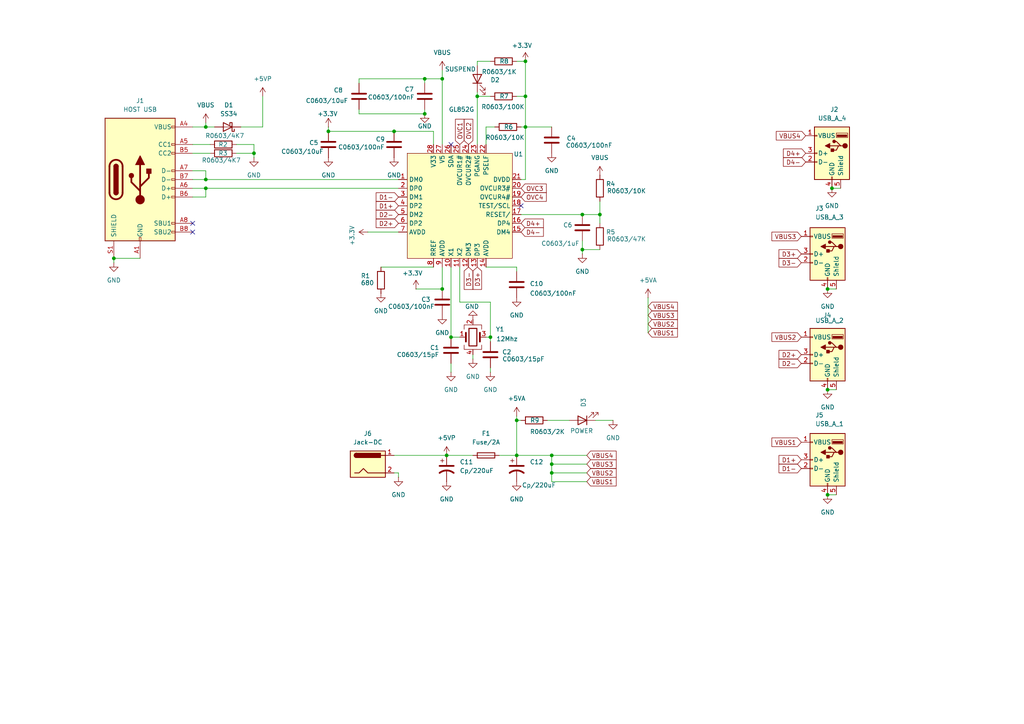
<source format=kicad_sch>
(kicad_sch (version 20250114) (generator "eeschema") (generator_version "9.0")
  (paper "A4")
  (lib_symbols
    (symbol "Connector:Jack-DC" (pin_names (offset 1.016))
      (property "Reference" "J" (at 0 5.334 0))
      (property "Value" "Jack-DC" (at 0 -5.08 0))
      (symbol "Jack-DC_0_1"
        (rectangle (start -5.08 3.81) (end 5.08 -3.81) (stroke (width 0.254)) (fill (type background)))
        (polyline (pts (xy -3.81 -2.54) (xy -2.54 -2.54) (xy -1.27 -1.27) (xy 0 -2.54) (xy 2.54 -2.54) (xy 5.08 -2.54)) (stroke (width 0.254)))
        (arc (start -3.302 1.905) (mid -3.9343 2.54) (end -3.302 3.175) (stroke (width 0.254)))
        (arc (start -3.302 1.905) (mid -3.9343 2.54) (end -3.302 3.175) (stroke (width 0.254)) (fill (type outline)))
        (rectangle (start 3.683 3.175) (end -3.302 1.905) (stroke (width 0.254)) (fill (type outline)))
        (polyline (pts (xy 5.08 2.54) (xy 3.81 2.54)) (stroke (width 0.254)))
      )
      (symbol "Jack-DC_1_1"
        (pin passive line (at 7.62 2.54 180) (length 2.54) (name "~") (number "1"))
        (pin passive line (at 7.62 -2.54 180) (length 2.54) (name "~") (number "2"))
      )
    )
    (symbol "Connector:USB_A" (pin_names (offset 1.016))
      (property "Reference" "J" (at -5.08 11.43 0))
      (property "Value" "USB_A" (at -5.08 8.89 0))
      (symbol "USB_A_0_1"
        (rectangle (start -5.08 -7.62) (end 5.08 7.62) (stroke (width 0.254)) (fill (type background)))
        (circle (center -3.81 2.159) (radius 0.635) (stroke (width 0.254)) (fill (type outline)))
        (polyline (pts (xy -3.175 2.159) (xy -2.54 2.159) (xy -1.27 3.429) (xy -0.635 3.429)) (stroke (width 0.254)))
        (polyline (pts (xy -2.54 2.159) (xy -1.905 2.159) (xy -1.27 0.889) (xy 0 0.889)) (stroke (width 0.254)))
        (rectangle (start -1.524 4.826) (end -4.318 5.334) (fill (type outline)))
        (rectangle (start -1.27 4.572) (end -4.572 5.842))
        (circle (center -0.635 3.429) (radius 0.381) (stroke (width 0.254)) (fill (type outline)))
        (rectangle (start -0.127 -7.62) (end 0.127 -6.858))
        (rectangle (start 0.254 1.27) (end -0.508 0.508) (stroke (width 0.254)) (fill (type outline)))
        (polyline (pts (xy 0.635 2.794) (xy 0.635 1.524) (xy 1.905 2.159) (xy 0.635 2.794)) (stroke (width 0.254)) (fill (type outline)))
        (rectangle (start 5.08 4.953) (end 4.318 5.207))
        (rectangle (start 5.08 -0.127) (end 4.318 0.127))
        (rectangle (start 5.08 -2.667) (end 4.318 -2.413))
      )
      (symbol "USB_A_1_1"
        (polyline (pts (xy -1.905 2.159) (xy 0.635 2.159)) (stroke (width 0.254)))
        (pin passive line (at -2.54 -10.16 90) (length 2.54) (name "Shield") (number "5"))
        (pin power_in line (at 0 -10.16 90) (length 2.54) (name "GND") (number "4"))
        (pin power_in line (at 7.62 5.08 180) (length 2.54) (name "VBUS") (number "1"))
        (pin bidirectional line (at 7.62 0 180) (length 2.54) (name "D+") (number "3"))
        (pin bidirectional line (at 7.62 -2.54 180) (length 2.54) (name "D-") (number "2"))
      )
    )
    (symbol "Connector:USB_C_Receptacle_USB2.0_16P" (pin_names (offset 1.016))
      (property "Reference" "J" (at 0 22.225 0))
      (property "Value" "USB_C_Receptacle_USB2.0_16P" (at 0 19.685 0))
      (symbol "USB_C_Receptacle_USB2.0_16P_0_0"
        (rectangle (start -0.254 -17.78) (end 0.254 -16.764))
        (rectangle (start 10.16 15.494) (end 9.144 14.986))
        (rectangle (start 10.16 10.414) (end 9.144 9.906))
        (rectangle (start 10.16 7.874) (end 9.144 7.366))
        (rectangle (start 10.16 2.794) (end 9.144 2.286))
        (rectangle (start 10.16 0.254) (end 9.144 -0.254))
        (rectangle (start 10.16 -2.286) (end 9.144 -2.794))
        (rectangle (start 10.16 -4.826) (end 9.144 -5.334))
        (rectangle (start 10.16 -12.446) (end 9.144 -12.954))
        (rectangle (start 10.16 -14.986) (end 9.144 -15.494))
      )
      (symbol "USB_C_Receptacle_USB2.0_16P_0_1"
        (rectangle (start -10.16 17.78) (end 10.16 -17.78) (stroke (width 0.254)) (fill (type background)))
        (polyline (pts (xy -8.89 -3.81) (xy -8.89 3.81)) (stroke (width 0.508)))
        (rectangle (start -7.62 -3.81) (end -6.35 3.81) (stroke (width 0.254)) (fill (type outline)))
        (arc (start -7.62 3.81) (mid -6.985 4.4423) (end -6.35 3.81) (stroke (width 0.254)))
        (arc (start -7.62 3.81) (mid -6.985 4.4423) (end -6.35 3.81) (stroke (width 0.254)) (fill (type outline)))
        (arc (start -8.89 3.81) (mid -6.985 5.7067) (end -5.08 3.81) (stroke (width 0.508)))
        (arc (start -5.08 -3.81) (mid -6.985 -5.7067) (end -8.89 -3.81) (stroke (width 0.508)))
        (arc (start -6.35 -3.81) (mid -6.985 -4.4423) (end -7.62 -3.81) (stroke (width 0.254)))
        (arc (start -6.35 -3.81) (mid -6.985 -4.4423) (end -7.62 -3.81) (stroke (width 0.254)) (fill (type outline)))
        (polyline (pts (xy -5.08 3.81) (xy -5.08 -3.81)) (stroke (width 0.508)))
        (circle (center -2.54 1.143) (radius 0.635) (stroke (width 0.254)) (fill (type outline)))
        (polyline (pts (xy -1.27 4.318) (xy 0 6.858) (xy 1.27 4.318) (xy -1.27 4.318)) (stroke (width 0.254)) (fill (type outline)))
        (polyline (pts (xy 0 -2.032) (xy 2.54 0.508) (xy 2.54 1.778)) (stroke (width 0.508)))
        (polyline (pts (xy 0 -3.302) (xy -2.54 -0.762) (xy -2.54 0.508)) (stroke (width 0.508)))
        (polyline (pts (xy 0 -5.842) (xy 0 4.318)) (stroke (width 0.508)))
        (circle (center 0 -5.842) (radius 1.27) (fill (type outline)))
        (rectangle (start 1.905 1.778) (end 3.175 3.048) (stroke (width 0.254)) (fill (type outline)))
      )
      (symbol "USB_C_Receptacle_USB2.0_16P_1_1"
        (pin passive line (at -7.62 -22.86 90) (length 5.08) (name "SHIELD") (number "S1"))
        (pin passive line (at 0 -22.86 90) (length 5.08) (name "GND") (number "A1"))
        (pin passive line (at 0 -22.86 90) (length 5.08) (hide yes) (name "GND") (number "A12"))
        (pin passive line (at 0 -22.86 90) (length 5.08) (hide yes) (name "GND") (number "B1"))
        (pin passive line (at 0 -22.86 90) (length 5.08) (hide yes) (name "GND") (number "B12"))
        (pin passive line (at 15.24 15.24 180) (length 5.08) (name "VBUS") (number "A4"))
        (pin passive line (at 15.24 15.24 180) (length 5.08) (hide yes) (name "VBUS") (number "A9"))
        (pin passive line (at 15.24 15.24 180) (length 5.08) (hide yes) (name "VBUS") (number "B4"))
        (pin passive line (at 15.24 15.24 180) (length 5.08) (hide yes) (name "VBUS") (number "B9"))
        (pin bidirectional line (at 15.24 10.16 180) (length 5.08) (name "CC1") (number "A5"))
        (pin bidirectional line (at 15.24 7.62 180) (length 5.08) (name "CC2") (number "B5"))
        (pin bidirectional line (at 15.24 2.54 180) (length 5.08) (name "D-") (number "A7"))
        (pin bidirectional line (at 15.24 0 180) (length 5.08) (name "D-") (number "B7"))
        (pin bidirectional line (at 15.24 -2.54 180) (length 5.08) (name "D+") (number "A6"))
        (pin bidirectional line (at 15.24 -5.08 180) (length 5.08) (name "D+") (number "B6"))
        (pin bidirectional line (at 15.24 -12.7 180) (length 5.08) (name "SBU1") (number "A8"))
        (pin bidirectional line (at 15.24 -15.24 180) (length 5.08) (name "SBU2") (number "B8"))
      )
    )
    (symbol "Device:C" (pin_numbers (hide yes)) (pin_names (offset 0.254))
      (property "Reference" "C" (at 0.635 2.54 0))
      (property "Value" "C" (at 0.635 -2.54 0))
      (symbol "C_0_1"
        (polyline (pts (xy -2.032 0.762) (xy 2.032 0.762)) (stroke (width 0.508)))
        (polyline (pts (xy -2.032 -0.762) (xy 2.032 -0.762)) (stroke (width 0.508)))
      )
      (symbol "C_1_1"
        (pin passive line (at 0 3.81 270) (length 2.794) (name "~") (number "1"))
        (pin passive line (at 0 -3.81 90) (length 2.794) (name "~") (number "2"))
      )
    )
    (symbol "Device:C_Polarized_US" (pin_numbers (hide yes)) (pin_names (offset 0.254) (hide yes))
      (property "Reference" "C" (at 0.635 2.54 0))
      (property "Value" "C_Polarized_US" (at 0.635 -2.54 0))
      (symbol "C_Polarized_US_0_1"
        (polyline (pts (xy -2.032 0.762) (xy 2.032 0.762)) (stroke (width 0.508)))
        (polyline (pts (xy -1.778 2.286) (xy -0.762 2.286)))
        (polyline (pts (xy -1.27 1.778) (xy -1.27 2.794)))
        (arc (start -2.032 -1.27) (mid 0 -0.5572) (end 2.032 -1.27) (stroke (width 0.508)))
      )
      (symbol "C_Polarized_US_1_1"
        (pin passive line (at 0 3.81 270) (length 2.794) (name "~") (number "1"))
        (pin passive line (at 0 -3.81 90) (length 3.302) (name "~") (number "2"))
      )
    )
    (symbol "Device:Crystal_GND24" (pin_names (offset 1.016) (hide yes))
      (property "Reference" "Y" (at 3.175 5.08 0))
      (property "Value" "Crystal_GND24" (at 3.175 3.175 0))
      (symbol "Crystal_GND24_0_1"
        (polyline (pts (xy -2.54 2.286) (xy -2.54 3.556) (xy 2.54 3.556) (xy 2.54 2.286)))
        (polyline (pts (xy -2.54 0) (xy -2.032 0)))
        (polyline (pts (xy -2.54 -2.286) (xy -2.54 -3.556) (xy 2.54 -3.556) (xy 2.54 -2.286)))
        (polyline (pts (xy -2.032 -1.27) (xy -2.032 1.27)) (stroke (width 0.508)))
        (rectangle (start -1.143 2.54) (end 1.143 -2.54) (stroke (width 0.3048)))
        (polyline (pts (xy 0 3.556) (xy 0 3.81)))
        (polyline (pts (xy 0 -3.81) (xy 0 -3.556)))
        (polyline (pts (xy 2.032 0) (xy 2.54 0)))
        (polyline (pts (xy 2.032 -1.27) (xy 2.032 1.27)) (stroke (width 0.508)))
      )
      (symbol "Crystal_GND24_1_1"
        (pin passive line (at -3.81 0 0) (length 1.27) (name "1") (number "1"))
        (pin passive line (at 0 5.08 270) (length 1.27) (name "2") (number "2"))
        (pin passive line (at 0 -5.08 90) (length 1.27) (name "4") (number "4"))
        (pin passive line (at 3.81 0 180) (length 1.27) (name "3") (number "3"))
      )
    )
    (symbol "Device:Fuse" (pin_numbers (hide yes)) (pin_names (offset 0))
      (property "Reference" "F" (at 2.032 0 90))
      (property "Value" "Fuse" (at -1.905 0 90))
      (symbol "Fuse_0_1"
        (rectangle (start -0.762 -2.54) (end 0.762 2.54) (stroke (width 0.254)))
        (polyline (pts (xy 0 2.54) (xy 0 -2.54)))
      )
      (symbol "Fuse_1_1"
        (pin passive line (at 0 3.81 270) (length 1.27) (name "~") (number "1"))
        (pin passive line (at 0 -3.81 90) (length 1.27) (name "~") (number "2"))
      )
    )
    (symbol "Device:LED" (pin_numbers (hide yes)) (pin_names (offset 1.016) (hide yes))
      (property "Reference" "D" (at 0 2.54 0))
      (property "Value" "LED" (at 0 -2.54 0))
      (symbol "LED_0_1"
        (polyline (pts (xy -3.048 -0.762) (xy -4.572 -2.286) (xy -3.81 -2.286) (xy -4.572 -2.286) (xy -4.572 -1.524)))
        (polyline (pts (xy -1.778 -0.762) (xy -3.302 -2.286) (xy -2.54 -2.286) (xy -3.302 -2.286) (xy -3.302 -1.524)))
        (polyline (pts (xy -1.27 0) (xy 1.27 0)))
        (polyline (pts (xy -1.27 -1.27) (xy -1.27 1.27)) (stroke (width 0.254)))
        (polyline (pts (xy 1.27 -1.27) (xy 1.27 1.27) (xy -1.27 0) (xy 1.27 -1.27)) (stroke (width 0.254)))
      )
      (symbol "LED_1_1"
        (pin passive line (at -3.81 0 0) (length 2.54) (name "K") (number "1"))
        (pin passive line (at 3.81 0 180) (length 2.54) (name "A") (number "2"))
      )
    )
    (symbol "Device:R" (pin_numbers (hide yes)) (pin_names (offset 0))
      (property "Reference" "R" (at 2.032 0 90))
      (property "Value" "R" (at 0 0 90))
      (symbol "R_0_1"
        (rectangle (start -1.016 -2.54) (end 1.016 2.54) (stroke (width 0.254)))
      )
      (symbol "R_1_1"
        (pin passive line (at 0 3.81 270) (length 1.27) (name "~") (number "1"))
        (pin passive line (at 0 -3.81 90) (length 1.27) (name "~") (number "2"))
      )
    )
    (symbol "Diode:SS34" (pin_numbers (hide yes)) (pin_names (offset 1.016) (hide yes))
      (property "Reference" "D" (at 0 2.54 0))
      (property "Value" "SS34" (at 0 -2.54 0))
      (symbol "SS34_0_1"
        (polyline (pts (xy -1.905 0.635) (xy -1.905 1.27) (xy -1.27 1.27) (xy -1.27 -1.27) (xy -0.635 -1.27) (xy -0.635 -0.635)) (stroke (width 0.254)))
        (polyline (pts (xy 1.27 1.27) (xy 1.27 -1.27) (xy -1.27 0) (xy 1.27 1.27)) (stroke (width 0.254)))
        (polyline (pts (xy 1.27 0) (xy -1.27 0)))
      )
      (symbol "SS34_1_1"
        (pin passive line (at -3.81 0 0) (length 2.54) (name "K") (number "1"))
        (pin passive line (at 3.81 0 180) (length 2.54) (name "A") (number "2"))
      )
    )
    (symbol "MinhDFM:GL852G"
      (property "Reference" "U1" (at 0.762 29.718 0))
      (property "Value" "GL852G" (at 0.762 26.924 0))
      (symbol "GL852G_1_1"
        (rectangle (start -13.97 12.7) (end 16.51 -17.78) (fill (type background)))
        (pin input line (at -16.51 5.08 0) (length 2.54) (name "DM0") (number "1"))
        (pin input line (at -16.51 2.54 0) (length 2.54) (name "DP0") (number "2"))
        (pin input line (at -16.51 0 0) (length 2.54) (name "DM1") (number "3"))
        (pin input line (at -16.51 -2.54 0) (length 2.54) (name "DP2") (number "4"))
        (pin input line (at -16.51 -5.08 0) (length 2.54) (name "DM2") (number "5"))
        (pin input line (at -16.51 -7.62 0) (length 2.54) (name "DP2") (number "6"))
        (pin input line (at -16.51 -10.16 0) (length 2.54) (name "AVDD") (number "7"))
        (pin input line (at -6.35 15.24 270) (length 2.54) (name "V33") (number "28"))
        (pin input line (at -6.35 -20.32 90) (length 2.54) (name "RREF") (number "8"))
        (pin input line (at -3.81 15.24 270) (length 2.54) (name "V5") (number "27"))
        (pin input line (at -3.81 -20.32 90) (length 2.54) (name "AVDD") (number "9"))
        (pin input line (at -1.27 15.24 270) (length 2.54) (name "SDA") (number "26"))
        (pin input line (at -1.27 -20.32 90) (length 2.54) (name "X1") (number "10"))
        (pin input line (at 1.27 15.24 270) (length 2.54) (name "OVCUR1#") (number "25"))
        (pin input line (at 1.27 -20.32 90) (length 2.54) (name "X2") (number "11"))
        (pin input line (at 3.81 15.24 270) (length 2.54) (name "OVCUR2#") (number "24"))
        (pin input line (at 3.81 -20.32 90) (length 2.54) (name "DM3") (number "12"))
        (pin input line (at 6.35 15.24 270) (length 2.54) (name "PGANG") (number "23"))
        (pin input line (at 6.35 -20.32 90) (length 2.54) (name "DP3") (number "13"))
        (pin input line (at 8.89 15.24 270) (length 2.54) (name "PSELF") (number "22"))
        (pin input line (at 8.89 -20.32 90) (length 2.54) (name "AVDD") (number "14"))
        (pin input line (at 19.05 5.08 180) (length 2.54) (name "DVDD") (number "21"))
        (pin input line (at 19.05 2.54 180) (length 2.54) (name "OVCUR3#") (number "20"))
        (pin input line (at 19.05 0 180) (length 2.54) (name "OVCUR4#") (number "19"))
        (pin input line (at 19.05 -2.54 180) (length 2.54) (name "TEST/SCL") (number "18"))
        (pin input line (at 19.05 -5.08 180) (length 2.54) (name "RESET/") (number "17"))
        (pin input line (at 19.05 -7.62 180) (length 2.54) (name "DP4") (number "16"))
        (pin input line (at 19.05 -10.16 180) (length 2.54) (name "DM4") (number "15"))
      )
    )
    (symbol "power:+3.3V" (power) (pin_numbers (hide yes)) (pin_names (offset 0) (hide yes))
      (property "Value" "+3.3V" (at 0 3.556 0))
      (symbol "+3.3V_0_1"
        (polyline (pts (xy -0.762 1.27) (xy 0 2.54)))
        (polyline (pts (xy 0 2.54) (xy 0.762 1.27)))
        (polyline (pts (xy 0 0) (xy 0 2.54)))
      )
      (symbol "+3.3V_1_1"
        (pin power_in line (at 0 0 90) (length 0) (name "~") (number "1"))
      )
    )
    (symbol "power:+5VA" (power) (pin_numbers (hide yes)) (pin_names (offset 0) (hide yes))
      (property "Value" "+5VA" (at 0 3.556 0))
      (symbol "+5VA_0_1"
        (polyline (pts (xy -0.762 1.27) (xy 0 2.54)))
        (polyline (pts (xy 0 2.54) (xy 0.762 1.27)))
        (polyline (pts (xy 0 0) (xy 0 2.54)))
      )
      (symbol "+5VA_1_1"
        (pin power_in line (at 0 0 90) (length 0) (name "~") (number "1"))
      )
    )
    (symbol "power:+5VP" (power) (pin_numbers (hide yes)) (pin_names (offset 0) (hide yes))
      (property "Value" "+5VP" (at 0 3.556 0))
      (symbol "+5VP_0_1"
        (polyline (pts (xy -0.762 1.27) (xy 0 2.54)))
        (polyline (pts (xy 0 2.54) (xy 0.762 1.27)))
        (polyline (pts (xy 0 0) (xy 0 2.54)))
      )
      (symbol "+5VP_1_1"
        (pin power_in line (at 0 0 90) (length 0) (name "~") (number "1"))
      )
    )
    (symbol "power:GND" (power) (pin_numbers (hide yes)) (pin_names (offset 0) (hide yes))
      (property "Value" "GND" (at 0 -3.81 0))
      (symbol "GND_0_1"
        (polyline (pts (xy 0 0) (xy 0 -1.27) (xy 1.27 -1.27) (xy 0 -2.54) (xy -1.27 -1.27) (xy 0 -1.27)))
      )
      (symbol "GND_1_1"
        (pin power_in line (at 0 0 270) (length 0) (name "~") (number "1"))
      )
    )
    (symbol "power:VBUS" (power) (pin_numbers (hide yes)) (pin_names (offset 0) (hide yes))
      (property "Value" "VBUS" (at 0 3.556 0))
      (symbol "VBUS_0_1"
        (polyline (pts (xy -0.762 1.27) (xy 0 2.54)))
        (polyline (pts (xy 0 2.54) (xy 0.762 1.27)))
        (polyline (pts (xy 0 0) (xy 0 2.54)))
      )
      (symbol "VBUS_1_1"
        (pin power_in line (at 0 0 90) (length 0) (name "~") (number "1"))
      )
    )
  )
  (junction (at 128.27 22.86))
  (junction (at 123.19 33.02))
  (junction (at 59.69 52.07))
  (junction (at 240.03 143.51))
  (junction (at 160.02 134.62))
  (junction (at 123.19 22.86))
  (junction (at 59.69 54.61))
  (junction (at 59.69 36.83))
  (junction (at 95.25 38.1))
  (junction (at 33.02 74.93))
  (junction (at 168.91 62.23))
  (junction (at 130.81 97.79))
  (junction (at 149.86 132.08))
  (junction (at 240.03 83.82))
  (junction (at 173.99 62.23))
  (junction (at 160.02 137.16))
  (junction (at 160.02 132.08))
  (junction (at 168.91 72.39))
  (junction (at 149.86 121.92))
  (junction (at 241.3 54.61))
  (junction (at 73.66 44.45))
  (junction (at 152.4 17.78))
  (junction (at 152.4 27.94))
  (junction (at 152.4 36.83))
  (junction (at 129.54 132.08))
  (junction (at 138.43 27.94))
  (junction (at 240.03 113.03))
  (junction (at 128.27 83.82))
  (junction (at 142.24 97.79))
  (junction (at 114.3 38.1))
  (no_connect (at 55.88 67.31))
  (no_connect (at 130.81 41.91))
  (no_connect (at 55.88 64.77))
  (no_connect (at 151.13 59.69))
  (wire (pts (xy 114.3 132.08) (xy 129.54 132.08)))
  (wire (pts (xy 115.57 138.43) (xy 115.57 137.16)))
  (wire (pts (xy 59.69 49.53) (xy 59.69 52.07)))
  (wire (pts (xy 142.24 17.78) (xy 138.43 17.78)))
  (wire (pts (xy 152.4 52.07) (xy 151.13 52.07)))
  (wire (pts (xy 128.27 22.86) (xy 128.27 41.91)))
  (wire (pts (xy 128.27 20.32) (xy 128.27 22.86)))
  (wire (pts (xy 59.69 57.15) (xy 55.88 57.15)))
  (wire (pts (xy 149.86 120.65) (xy 149.86 121.92)))
  (wire (pts (xy 149.86 121.92) (xy 149.86 132.08)))
  (wire (pts (xy 62.23 36.83) (xy 59.69 36.83)))
  (wire (pts (xy 168.91 62.23) (xy 173.99 62.23)))
  (wire (pts (xy 138.43 17.78) (xy 138.43 19.05)))
  (wire (pts (xy 140.97 97.79) (xy 142.24 97.79)))
  (wire (pts (xy 59.69 35.56) (xy 59.69 36.83)))
  (wire (pts (xy 33.02 74.93) (xy 40.64 74.93)))
  (wire (pts (xy 140.97 41.91) (xy 140.97 36.83)))
  (wire (pts (xy 173.99 72.39) (xy 168.91 72.39)))
  (wire (pts (xy 173.99 58.42) (xy 173.99 62.23)))
  (wire (pts (xy 59.69 36.83) (xy 55.88 36.83)))
  (wire (pts (xy 144.78 132.08) (xy 149.86 132.08)))
  (wire (pts (xy 149.86 27.94) (xy 152.4 27.94)))
  (wire (pts (xy 133.35 87.63) (xy 142.24 87.63)))
  (wire (pts (xy 55.88 54.61) (xy 59.69 54.61)))
  (wire (pts (xy 142.24 97.79) (xy 142.24 99.06)))
  (wire (pts (xy 106.68 67.31) (xy 115.57 67.31)))
  (wire (pts (xy 123.19 24.13) (xy 123.19 22.86)))
  (wire (pts (xy 104.14 33.02) (xy 104.14 31.75)))
  (wire (pts (xy 140.97 77.47) (xy 149.86 77.47)))
  (wire (pts (xy 152.4 36.83) (xy 152.4 52.07)))
  (wire (pts (xy 152.4 36.83) (xy 160.02 36.83)))
  (wire (pts (xy 160.02 134.62) (xy 160.02 137.16)))
  (wire (pts (xy 172.72 121.92) (xy 177.8 121.92)))
  (wire (pts (xy 130.81 105.41) (xy 130.81 107.95)))
  (wire (pts (xy 59.69 52.07) (xy 115.57 52.07)))
  (wire (pts (xy 168.91 72.39) (xy 168.91 73.66)))
  (wire (pts (xy 123.19 31.75) (xy 123.19 33.02)))
  (wire (pts (xy 95.25 38.1) (xy 114.3 38.1)))
  (wire (pts (xy 115.57 137.16) (xy 114.3 137.16)))
  (wire (pts (xy 160.02 132.08) (xy 170.18 132.08)))
  (wire (pts (xy 241.3 54.61) (xy 243.84 54.61)))
  (wire (pts (xy 152.4 17.78) (xy 152.4 27.94)))
  (wire (pts (xy 68.58 44.45) (xy 73.66 44.45)))
  (wire (pts (xy 170.18 139.7) (xy 160.02 139.7)))
  (wire (pts (xy 152.4 27.94) (xy 152.4 36.83)))
  (wire (pts (xy 149.86 77.47) (xy 149.86 78.74)))
  (wire (pts (xy 59.69 52.07) (xy 55.88 52.07)))
  (wire (pts (xy 110.49 77.47) (xy 125.73 77.47)))
  (wire (pts (xy 240.03 113.03) (xy 242.57 113.03)))
  (wire (pts (xy 55.88 49.53) (xy 59.69 49.53)))
  (wire (pts (xy 142.24 27.94) (xy 138.43 27.94)))
  (wire (pts (xy 73.66 41.91) (xy 73.66 44.45)))
  (wire (pts (xy 151.13 36.83) (xy 152.4 36.83)))
  (wire (pts (xy 73.66 44.45) (xy 73.66 45.72)))
  (wire (pts (xy 151.13 121.92) (xy 149.86 121.92)))
  (wire (pts (xy 33.02 76.2) (xy 33.02 74.93)))
  (wire (pts (xy 138.43 27.94) (xy 138.43 41.91)))
  (wire (pts (xy 130.81 77.47) (xy 130.81 97.79)))
  (wire (pts (xy 59.69 54.61) (xy 115.57 54.61)))
  (wire (pts (xy 69.85 36.83) (xy 76.2 36.83)))
  (wire (pts (xy 55.88 44.45) (xy 60.96 44.45)))
  (wire (pts (xy 142.24 106.68) (xy 142.24 107.95)))
  (wire (pts (xy 95.25 36.83) (xy 95.25 38.1)))
  (wire (pts (xy 123.19 22.86) (xy 128.27 22.86)))
  (wire (pts (xy 187.96 86.36) (xy 187.96 96.52)))
  (wire (pts (xy 128.27 77.47) (xy 128.27 83.82)))
  (wire (pts (xy 151.13 62.23) (xy 168.91 62.23)))
  (wire (pts (xy 240.03 83.82) (xy 242.57 83.82)))
  (wire (pts (xy 142.24 87.63) (xy 142.24 97.79)))
  (wire (pts (xy 149.86 17.78) (xy 152.4 17.78)))
  (wire (pts (xy 130.81 97.79) (xy 133.35 97.79)))
  (wire (pts (xy 129.54 132.08) (xy 137.16 132.08)))
  (wire (pts (xy 173.99 62.23) (xy 173.99 64.77)))
  (wire (pts (xy 240.03 143.51) (xy 242.57 143.51)))
  (wire (pts (xy 76.2 36.83) (xy 76.2 27.94)))
  (wire (pts (xy 125.73 38.1) (xy 125.73 41.91)))
  (wire (pts (xy 170.18 137.16) (xy 160.02 137.16)))
  (wire (pts (xy 140.97 36.83) (xy 143.51 36.83)))
  (wire (pts (xy 160.02 137.16) (xy 160.02 139.7)))
  (wire (pts (xy 104.14 33.02) (xy 123.19 33.02)))
  (wire (pts (xy 160.02 134.62) (xy 160.02 132.08)))
  (wire (pts (xy 170.18 134.62) (xy 160.02 134.62)))
  (wire (pts (xy 59.69 54.61) (xy 59.69 57.15)))
  (wire (pts (xy 55.88 41.91) (xy 60.96 41.91)))
  (wire (pts (xy 137.16 102.87) (xy 137.16 104.14)))
  (wire (pts (xy 138.43 26.67) (xy 138.43 27.94)))
  (wire (pts (xy 114.3 38.1) (xy 125.73 38.1)))
  (wire (pts (xy 133.35 77.47) (xy 133.35 87.63)))
  (wire (pts (xy 168.91 69.85) (xy 168.91 72.39)))
  (wire (pts (xy 149.86 132.08) (xy 160.02 132.08)))
  (wire (pts (xy 104.14 22.86) (xy 123.19 22.86)))
  (wire (pts (xy 128.27 83.82) (xy 120.65 83.82)))
  (wire (pts (xy 104.14 24.13) (xy 104.14 22.86)))
  (wire (pts (xy 158.75 121.92) (xy 165.1 121.92)))
  (wire (pts (xy 68.58 41.91) (xy 73.66 41.91)))
  (global_label "D3-" (shape input) (at 232.41 76.2 180) (property "Intersheetrefs" "${INTERSHEET_REFS}" (effects (hide yes))))
  (global_label "D1-" (shape input) (at 115.57 57.15 180) (property "Intersheetrefs" "${INTERSHEET_REFS}" (effects (hide yes))))
  (global_label "D3-" (shape input) (at 135.89 77.47 270) (property "Intersheetrefs" "${INTERSHEET_REFS}" (effects (hide yes))))
  (global_label "VBUS2" (shape input) (at 187.96 93.98 0) (property "Intersheetrefs" "${INTERSHEET_REFS}" (effects (hide yes))))
  (global_label "VBUS3" (shape input) (at 187.96 91.44 0) (property "Intersheetrefs" "${INTERSHEET_REFS}" (effects (hide yes))))
  (global_label "D3+" (shape input) (at 138.43 77.47 270) (property "Intersheetrefs" "${INTERSHEET_REFS}" (effects (hide yes))))
  (global_label "D4-" (shape input) (at 233.68 46.99 180) (property "Intersheetrefs" "${INTERSHEET_REFS}" (effects (hide yes))))
  (global_label "VBUS4" (shape input) (at 187.96 88.9 0) (property "Intersheetrefs" "${INTERSHEET_REFS}" (effects (hide yes))))
  (global_label "VBUS3" (shape input) (at 232.41 68.58 180) (property "Intersheetrefs" "${INTERSHEET_REFS}" (effects (hide yes))))
  (global_label "VBUS4" (shape input) (at 170.18 132.08 0) (property "Intersheetrefs" "${INTERSHEET_REFS}" (effects (hide yes))))
  (global_label "D3+" (shape input) (at 232.41 73.66 180) (property "Intersheetrefs" "${INTERSHEET_REFS}" (effects (hide yes))))
  (global_label "D1+" (shape input) (at 232.41 133.35 180) (property "Intersheetrefs" "${INTERSHEET_REFS}" (effects (hide yes))))
  (global_label "OVC2" (shape input) (at 135.89 41.91 90) (property "Intersheetrefs" "${INTERSHEET_REFS}" (effects (hide yes))))
  (global_label "VBUS2" (shape input) (at 170.18 137.16 0) (property "Intersheetrefs" "${INTERSHEET_REFS}" (effects (hide yes))))
  (global_label "D2+" (shape input) (at 115.57 64.77 180) (property "Intersheetrefs" "${INTERSHEET_REFS}" (effects (hide yes))))
  (global_label "D4-" (shape input) (at 151.13 67.31 0) (property "Intersheetrefs" "${INTERSHEET_REFS}" (effects (hide yes))))
  (global_label "OVC1" (shape input) (at 133.35 41.91 90) (property "Intersheetrefs" "${INTERSHEET_REFS}" (effects (hide yes))))
  (global_label "VBUS1" (shape input) (at 170.18 139.7 0) (property "Intersheetrefs" "${INTERSHEET_REFS}" (effects (hide yes))))
  (global_label "D4+" (shape input) (at 233.68 44.45 180) (property "Intersheetrefs" "${INTERSHEET_REFS}" (effects (hide yes))))
  (global_label "OVC4" (shape input) (at 151.13 57.15 0) (property "Intersheetrefs" "${INTERSHEET_REFS}" (effects (hide yes))))
  (global_label "OVC3" (shape input) (at 151.13 54.61 0) (property "Intersheetrefs" "${INTERSHEET_REFS}" (effects (hide yes))))
  (global_label "VBUS1" (shape input) (at 187.96 96.52 0) (property "Intersheetrefs" "${INTERSHEET_REFS}" (effects (hide yes))))
  (global_label "D1+" (shape input) (at 115.57 59.69 180) (property "Intersheetrefs" "${INTERSHEET_REFS}" (effects (hide yes))))
  (global_label "D2+" (shape input) (at 232.41 102.87 180) (property "Intersheetrefs" "${INTERSHEET_REFS}" (effects (hide yes))))
  (global_label "D2-" (shape input) (at 232.41 105.41 180) (property "Intersheetrefs" "${INTERSHEET_REFS}" (effects (hide yes))))
  (global_label "VBUS1" (shape input) (at 232.41 128.27 180) (property "Intersheetrefs" "${INTERSHEET_REFS}" (effects (hide yes))))
  (global_label "VBUS3" (shape input) (at 170.18 134.62 0) (property "Intersheetrefs" "${INTERSHEET_REFS}" (effects (hide yes))))
  (global_label "D2-" (shape input) (at 115.57 62.23 180) (property "Intersheetrefs" "${INTERSHEET_REFS}" (effects (hide yes))))
  (global_label "D1-" (shape input) (at 232.41 135.89 180) (property "Intersheetrefs" "${INTERSHEET_REFS}" (effects (hide yes))))
  (global_label "VBUS2" (shape input) (at 232.41 97.79 180) (property "Intersheetrefs" "${INTERSHEET_REFS}" (effects (hide yes))))
  (global_label "D4+" (shape input) (at 151.13 64.77 0) (property "Intersheetrefs" "${INTERSHEET_REFS}" (effects (hide yes))))
  (global_label "VBUS4" (shape input) (at 233.68 39.37 180) (property "Intersheetrefs" "${INTERSHEET_REFS}" (effects (hide yes))))
  (symbol (lib_id "power:GND") (at 114.3 45.72 0) (unit 1)
    (property "Reference" "#PWR029" (effects (hide yes)))
    (property "Value" "GND" (at 114.3 50.8 0))
    (property "Description" "Power symbol creates a global label with name \"GND\" , ground" (effects (hide yes)))
  )
  (symbol (lib_id "Device:R") (at 64.77 41.91 90) (unit 1)
    (property "Reference" "R2" (at 66.04 41.91 90) (effects (justify left)))
    (property "Value" "R0603/4K7" (at 70.866 39.37 90) (effects (justify left)))
    (property "Footprint" "Resistor_SMD:R_0603_1608Metric" (effects (hide yes)))
    (property "Description" "Resistor" (effects (hide yes)))
  )
  (symbol (lib_id "power:GND") (at 128.27 91.44 0) (unit 1)
    (property "Reference" "#PWR021" (effects (hide yes)))
    (property "Value" "GND" (at 128.27 96.52 0))
    (property "Description" "Power symbol creates a global label with name \"GND\" , ground" (effects (hide yes)))
  )
  (symbol (lib_id "Connector:USB_A") (at 241.3 44.45 0) (mirror y) (unit 1)
    (property "Reference" "J2" (at 240.792 31.75 0) (effects (justify right)))
    (property "Value" "USB_A_4" (at 237.236 34.29 0) (effects (justify right)))
    (property "Footprint" "Connector_USB:USB_A_Molex_67643_Horizontal" (effects (hide yes)))
    (property "Description" "USB Type A connector" (effects (hide yes)))
  )
  (symbol (lib_id "power:+3.3V") (at 120.65 83.82 0) (unit 1)
    (property "Reference" "#PWR020" (effects (hide yes)))
    (property "Value" "+3.3V" (at 119.634 79.248 0))
    (property "Description" "Power symbol creates a global label with name \"+3.3V\"" (effects (hide yes)))
  )
  (symbol (lib_id "Device:R") (at 146.05 27.94 90) (unit 1)
    (property "Reference" "R7" (at 147.574 27.94 90) (effects (justify left)))
    (property "Value" "R0603/100K" (at 152.146 30.988 90) (effects (justify left)))
    (property "Footprint" "Resistor_SMD:R_0603_1608Metric" (effects (hide yes)))
    (property "Description" "Resistor" (effects (hide yes)))
  )
  (symbol (lib_id "power:GND") (at 129.54 139.7 0) (unit 1)
    (property "Reference" "#PWR031" (effects (hide yes)))
    (property "Value" "GND" (at 129.54 144.78 0))
    (property "Description" "Power symbol creates a global label with name \"GND\" , ground" (effects (hide yes)))
  )
  (symbol (lib_id "Device:C") (at 130.81 101.6 0) (unit 1)
    (property "Reference" "C1" (at 124.714 100.838 0) (effects (justify left)))
    (property "Value" "C0603/15pF" (at 115.062 102.87 0) (effects (justify left)))
    (property "Footprint" "Capacitor_SMD:C_0603_1608Metric" (effects (hide yes)))
    (property "Description" "Unpolarized capacitor" (effects (hide yes)))
  )
  (symbol (lib_id "Diode:SS34") (at 66.04 36.83 180) (unit 1)
    (property "Reference" "D1" (at 66.3575 30.48 0))
    (property "Value" "SS34" (at 66.3575 33.02 0))
    (property "Footprint" "Diode_SMD:D_SMA" (effects (hide yes)))
    (property "Datasheet" "https://www.vishay.com/docs/88751/ss32.pdf" (effects (hide yes)))
    (property "Description" "40V 3A Schottky Diode, SMA" (effects (hide yes)))
  )
  (symbol (lib_id "power:GND") (at 137.16 92.71 180) (unit 1)
    (property "Reference" "#PWR07" (effects (hide yes)))
    (property "Value" "GND" (at 136.906 88.9 0))
    (property "Description" "Power symbol creates a global label with name \"GND\" , ground" (effects (hide yes)))
  )
  (symbol (lib_id "Device:R") (at 147.32 36.83 90) (unit 1)
    (property "Reference" "R6" (at 148.844 36.83 90) (effects (justify left)))
    (property "Value" "R0603/10K" (at 152.146 39.878 90) (effects (justify left)))
    (property "Footprint" "Resistor_SMD:R_0603_1608Metric" (effects (hide yes)))
    (property "Description" "Resistor" (effects (hide yes)))
  )
  (symbol (lib_id "power:+3.3V") (at 106.68 67.31 90) (unit 1)
    (property "Reference" "#PWR019" (effects (hide yes)))
    (property "Value" "+3.3V" (at 102.108 68.326 0))
    (property "Description" "Power symbol creates a global label with name \"+3.3V\"" (effects (hide yes)))
  )
  (symbol (lib_id "Device:C") (at 95.25 41.91 0) (unit 1)
    (property "Reference" "C5" (at 89.662 41.402 0) (effects (justify left)))
    (property "Value" "C0603/10uF" (at 81.534 43.942 0) (effects (justify left)))
    (property "Footprint" "Capacitor_SMD:C_0603_1608Metric" (effects (hide yes)))
    (property "Description" "Unpolarized capacitor" (effects (hide yes)))
  )
  (symbol (lib_id "power:GND") (at 240.03 113.03 0) (unit 1)
    (property "Reference" "#PWR09" (effects (hide yes)))
    (property "Value" "GND" (at 240.03 118.11 0))
    (property "Description" "Power symbol creates a global label with name \"GND\" , ground" (effects (hide yes)))
  )
  (symbol (lib_id "Device:LED") (at 168.91 121.92 180) (unit 1)
    (property "Reference" "D3" (at 169.2274 118.11 90) (effects (justify right)))
    (property "Value" "POWER" (at 165.354 124.968 0) (effects (justify right)))
    (property "Footprint" "LED_THT:LED_D3.0mm" (effects (hide yes)))
    (property "Description" "Light emitting diode" (effects (hide yes)))
    (property "Sim.Pins" "1=K 2=A" (effects (hide yes)))
  )
  (symbol (lib_id "power:+5VA") (at 149.86 120.65 0) (unit 1)
    (property "Reference" "#PWR016" (effects (hide yes)))
    (property "Value" "+5VA" (at 149.86 115.57 0))
    (property "Description" "Power symbol creates a global label with name \"+5VA\"" (effects (hide yes)))
  )
  (symbol (lib_id "Device:R") (at 154.94 121.92 90) (unit 1)
    (property "Reference" "R9" (at 156.464 121.92 90) (effects (justify left)))
    (property "Value" "R0603/2K" (at 163.83 125.222 90) (effects (justify left)))
    (property "Footprint" "Resistor_SMD:R_0603_1608Metric" (effects (hide yes)))
    (property "Description" "Resistor" (effects (hide yes)))
  )
  (symbol (lib_id "power:GND") (at 95.25 45.72 0) (unit 1)
    (property "Reference" "#PWR023" (effects (hide yes)))
    (property "Value" "GND" (at 95.25 50.8 0))
    (property "Description" "Power symbol creates a global label with name \"GND\" , ground" (effects (hide yes)))
  )
  (symbol (lib_id "Connector:USB_A") (at 240.03 133.35 0) (mirror y) (unit 1)
    (property "Reference" "J5" (at 236.474 120.396 0) (effects (justify right)))
    (property "Value" "USB_A_1" (at 236.474 122.936 0) (effects (justify right)))
    (property "Footprint" "Connector_USB:USB_A_Molex_67643_Horizontal" (effects (hide yes)))
    (property "Description" "USB Type A connector" (effects (hide yes)))
  )
  (symbol (lib_id "power:GND") (at 142.24 107.95 0) (unit 1)
    (property "Reference" "#PWR06" (effects (hide yes)))
    (property "Value" "GND" (at 142.24 113.03 0))
    (property "Description" "Power symbol creates a global label with name \"GND\" , ground" (effects (hide yes)))
  )
  (symbol (lib_id "power:GND") (at 241.3 54.61 0) (unit 1)
    (property "Reference" "#PWR012" (effects (hide yes)))
    (property "Value" "GND" (at 241.3 59.69 0))
    (property "Description" "Power symbol creates a global label with name \"GND\" , ground" (effects (hide yes)))
  )
  (symbol (lib_id "power:GND") (at 115.57 138.43 0) (unit 1)
    (property "Reference" "#PWR018" (effects (hide yes)))
    (property "Value" "GND" (at 115.57 143.51 0))
    (property "Description" "Power symbol creates a global label with name \"GND\" , ground" (effects (hide yes)))
  )
  (symbol (lib_id "Device:R") (at 146.05 17.78 90) (unit 1)
    (property "Reference" "R8" (at 147.574 17.78 90) (effects (justify left)))
    (property "Value" "R0603/1K" (at 149.86 20.828 90) (effects (justify left)))
    (property "Footprint" "Resistor_SMD:R_0603_1608Metric" (effects (hide yes)))
    (property "Description" "Resistor" (effects (hide yes)))
  )
  (symbol (lib_id "Device:Fuse") (at 140.97 132.08 90) (unit 1)
    (property "Reference" "F1" (at 140.97 125.73 90))
    (property "Value" "Fuse/2A" (at 140.97 128.27 90))
    (property "Footprint" "Fuse:Fuse_0805_2012Metric" (effects (hide yes)))
    (property "Description" "Fuse" (effects (hide yes)))
  )
  (symbol (lib_id "power:GND") (at 123.19 33.02 0) (unit 1)
    (property "Reference" "#PWR028" (effects (hide yes)))
    (property "Value" "GND" (at 123.19 36.576 0))
    (property "Description" "Power symbol creates a global label with name \"GND\" , ground" (effects (hide yes)))
  )
  (symbol (lib_id "Device:C") (at 142.24 102.87 0) (mirror y) (unit 1)
    (property "Reference" "C2" (at 148.336 102.108 0) (effects (justify left)))
    (property "Value" "C0603/15pF" (at 157.988 104.14 0) (effects (justify left)))
    (property "Footprint" "Capacitor_SMD:C_0603_1608Metric" (effects (hide yes)))
    (property "Description" "Unpolarized capacitor" (effects (hide yes)))
  )
  (symbol (lib_id "Device:C") (at 168.91 66.04 0) (unit 1)
    (property "Reference" "C6" (at 163.322 65.278 0) (effects (justify left)))
    (property "Value" "C0603/1uF" (at 156.972 70.612 0) (effects (justify left)))
    (property "Footprint" "Capacitor_SMD:C_0603_1608Metric" (effects (hide yes)))
    (property "Description" "Unpolarized capacitor" (effects (hide yes)))
  )
  (symbol (lib_id "Device:LED") (at 138.43 22.86 90) (unit 1)
    (property "Reference" "D2" (at 142.24 23.1774 90) (effects (justify right)))
    (property "Value" "SUSPEND" (at 129.032 20.066 90) (effects (justify right)))
    (property "Footprint" "LED_SMD:LED_0603_1608Metric" (effects (hide yes)))
    (property "Description" "Light emitting diode" (effects (hide yes)))
    (property "Sim.Pins" "1=K 2=A" (effects (hide yes)))
  )
  (symbol (lib_id "Device:C") (at 114.3 41.91 0) (unit 1)
    (property "Reference" "C9" (at 108.966 40.386 0) (effects (justify left)))
    (property "Value" "C0603/100nF" (at 98.044 42.672 0) (effects (justify left)))
    (property "Footprint" "Capacitor_SMD:C_0603_1608Metric" (effects (hide yes)))
    (property "Description" "Unpolarized capacitor" (effects (hide yes)))
  )
  (symbol (lib_id "power:GND") (at 33.02 76.2 0) (unit 1)
    (property "Reference" "#PWR04" (effects (hide yes)))
    (property "Value" "GND" (at 33.02 81.28 0))
    (property "Description" "Power symbol creates a global label with name \"GND\" , ground" (effects (hide yes)))
  )
  (symbol (lib_id "MinhDFM:GL852G") (at 132.08 57.15 0) (unit 1)
    (property "Reference" "U1" (at 150.368 44.704 0))
    (property "Value" "GL852G" (at 133.858 31.75 0))
    (property "Footprint" "Package_DFN_QFN:QFN-28-1EP_4x4mm_P0.45mm_EP2.4x2.4mm" (effects (hide yes)))
  )
  (symbol (lib_id "power:GND") (at 73.66 45.72 0) (unit 1)
    (property "Reference" "#PWR02" (effects (hide yes)))
    (property "Value" "GND" (at 73.66 50.8 0))
    (property "Description" "Power symbol creates a global label with name \"GND\" , ground" (effects (hide yes)))
  )
  (symbol (lib_id "power:GND") (at 160.02 44.45 0) (unit 1)
    (property "Reference" "#PWR022" (effects (hide yes)))
    (property "Value" "GND" (at 160.02 49.53 0))
    (property "Description" "Power symbol creates a global label with name \"GND\" , ground" (effects (hide yes)))
  )
  (symbol (lib_id "power:+3.3V") (at 95.25 36.83 0) (unit 1)
    (property "Reference" "#PWR014" (effects (hide yes)))
    (property "Value" "+3.3V" (at 94.996 33.02 0))
    (property "Description" "Power symbol creates a global label with name \"+3.3V\"" (effects (hide yes)))
  )
  (symbol (lib_id "Device:C") (at 128.27 87.63 0) (unit 1)
    (property "Reference" "C3" (at 122.174 86.868 0) (effects (justify left)))
    (property "Value" "C0603/100nF" (at 112.522 88.9 0) (effects (justify left)))
    (property "Footprint" "Capacitor_SMD:C_0603_1608Metric" (effects (hide yes)))
    (property "Description" "Unpolarized capacitor" (effects (hide yes)))
  )
  (symbol (lib_id "Device:C_Polarized_US") (at 129.54 135.89 0) (unit 1)
    (property "Reference" "C11" (at 133.35 133.9849 0) (effects (justify left)))
    (property "Value" "Cp/220uF" (at 133.35 136.5249 0) (effects (justify left)))
    (property "Footprint" "Capacitor_SMD:CP_Elec_6.3x5.4" (effects (hide yes)))
    (property "Description" "Polarized capacitor, US symbol" (effects (hide yes)))
  )
  (symbol (lib_id "power:VBUS") (at 173.99 50.8 0) (unit 1)
    (property "Reference" "#PWR026" (effects (hide yes)))
    (property "Value" "VBUS" (at 173.99 45.72 0))
    (property "Description" "Power symbol creates a global label with name \"VBUS\"" (effects (hide yes)))
  )
  (symbol (lib_id "power:GND") (at 110.49 85.09 0) (unit 1)
    (property "Reference" "#PWR01" (effects (hide yes)))
    (property "Value" "GND" (at 110.49 90.17 0))
    (property "Description" "Power symbol creates a global label with name \"GND\" , ground" (effects (hide yes)))
  )
  (symbol (lib_id "Device:R") (at 110.49 81.28 0) (unit 1)
    (property "Reference" "R1" (at 104.648 80.01 0) (effects (justify left)))
    (property "Value" "680" (at 104.648 82.042 0) (effects (justify left)))
    (property "Footprint" "Resistor_SMD:R_0603_1608Metric" (effects (hide yes)))
    (property "Description" "Resistor" (effects (hide yes)))
  )
  (symbol (lib_id "power:GND") (at 137.16 104.14 0) (unit 1)
    (property "Reference" "#PWR08" (effects (hide yes)))
    (property "Value" "GND" (at 137.16 109.22 0))
    (property "Description" "Power symbol creates a global label with name \"GND\" , ground" (effects (hide yes)))
  )
  (symbol (lib_id "Device:C") (at 149.86 82.55 0) (unit 1)
    (property "Reference" "C10" (at 153.67 82.296 0) (effects (justify left)))
    (property "Value" "C0603/100nF" (at 153.67 85.09 0) (effects (justify left)))
    (property "Footprint" "Capacitor_SMD:C_0603_1608Metric" (effects (hide yes)))
    (property "Description" "Unpolarized capacitor" (effects (hide yes)))
  )
  (symbol (lib_id "Device:R") (at 173.99 68.58 0) (unit 1)
    (property "Reference" "R5" (at 175.768 67.31 0) (effects (justify left)))
    (property "Value" "R0603/47K" (at 176.022 69.342 0) (effects (justify left)))
    (property "Footprint" "Resistor_SMD:R_0603_1608Metric" (effects (hide yes)))
    (property "Description" "Resistor" (effects (hide yes)))
  )
  (symbol (lib_id "power:+3.3V") (at 152.4 17.78 0) (unit 1)
    (property "Reference" "#PWR024" (effects (hide yes)))
    (property "Value" "+3.3V" (at 151.384 13.208 0))
    (property "Description" "Power symbol creates a global label with name \"+3.3V\"" (effects (hide yes)))
  )
  (symbol (lib_id "Device:C_Polarized_US") (at 149.86 135.89 0) (unit 1)
    (property "Reference" "C12" (at 153.67 133.9849 0) (effects (justify left)))
    (property "Value" "Cp/220uF" (at 151.384 140.716 0) (effects (justify left)))
    (property "Footprint" "Capacitor_SMD:CP_Elec_6.3x5.4" (effects (hide yes)))
    (property "Description" "Polarized capacitor, US symbol" (effects (hide yes)))
  )
  (symbol (lib_id "power:GND") (at 130.81 107.95 0) (unit 1)
    (property "Reference" "#PWR05" (effects (hide yes)))
    (property "Value" "GND" (at 130.81 113.03 0))
    (property "Description" "Power symbol creates a global label with name \"GND\" , ground" (effects (hide yes)))
  )
  (symbol (lib_id "power:+5VP") (at 129.54 132.08 0) (unit 1)
    (property "Reference" "#PWR03" (effects (hide yes)))
    (property "Value" "+5VP" (at 129.54 127 0))
    (property "Description" "Power symbol creates a global label with name \"+5VP\"" (effects (hide yes)))
  )
  (symbol (lib_id "power:GND") (at 240.03 83.82 0) (unit 1)
    (property "Reference" "#PWR011" (effects (hide yes)))
    (property "Value" "GND" (at 240.03 88.9 0))
    (property "Description" "Power symbol creates a global label with name \"GND\" , ground" (effects (hide yes)))
  )
  (symbol (lib_id "Device:R") (at 173.99 54.61 0) (unit 1)
    (property "Reference" "R4" (at 175.768 53.34 0) (effects (justify left)))
    (property "Value" "R0603/10K" (at 176.022 55.372 0) (effects (justify left)))
    (property "Footprint" "Resistor_SMD:R_0603_1608Metric" (effects (hide yes)))
    (property "Description" "Resistor" (effects (hide yes)))
  )
  (symbol (lib_id "power:GND") (at 240.03 143.51 0) (unit 1)
    (property "Reference" "#PWR010" (effects (hide yes)))
    (property "Value" "GND" (at 240.03 148.59 0))
    (property "Description" "Power symbol creates a global label with name \"GND\" , ground" (effects (hide yes)))
  )
  (symbol (lib_id "power:GND") (at 149.86 139.7 0) (unit 1)
    (property "Reference" "#PWR032" (effects (hide yes)))
    (property "Value" "GND" (at 149.86 144.78 0))
    (property "Description" "Power symbol creates a global label with name \"GND\" , ground" (effects (hide yes)))
  )
  (symbol (lib_id "power:GND") (at 149.86 86.36 0) (unit 1)
    (property "Reference" "#PWR030" (effects (hide yes)))
    (property "Value" "GND" (at 149.86 91.44 0))
    (property "Description" "Power symbol creates a global label with name \"GND\" , ground" (effects (hide yes)))
  )
  (symbol (lib_id "Device:C") (at 123.19 27.94 0) (unit 1)
    (property "Reference" "C7" (at 117.348 25.908 0) (effects (justify left)))
    (property "Value" "C0603/100nF" (at 106.68 28.194 0) (effects (justify left)))
    (property "Footprint" "Capacitor_SMD:C_0603_1608Metric" (effects (hide yes)))
    (property "Description" "Unpolarized capacitor" (effects (hide yes)))
  )
  (symbol (lib_id "power:+5VP") (at 76.2 27.94 0) (unit 1)
    (property "Reference" "#PWR017" (effects (hide yes)))
    (property "Value" "+5VP" (at 76.2 22.86 0))
    (property "Description" "Power symbol creates a global label with name \"+5VP\"" (effects (hide yes)))
  )
  (symbol (lib_id "Device:Crystal_GND24") (at 137.16 97.79 0) (unit 1)
    (property "Reference" "Y1" (at 145.034 95.504 0))
    (property "Value" "12Mhz" (at 147.066 98.298 0))
    (property "Footprint" "Oscillator:Oscillator_SMD_Abracon_ASE-4Pin_3.2x2.5mm" (effects (hide yes)))
    (property "Description" "Four pin crystal, GND on pins 2 and 4" (effects (hide yes)))
  )
  (symbol (lib_id "Connector:USB_A") (at 240.03 73.66 0) (mirror y) (unit 1)
    (property "Reference" "J3" (at 236.474 60.452 0) (effects (justify right)))
    (property "Value" "USB_A_3" (at 236.474 62.992 0) (effects (justify right)))
    (property "Footprint" "Connector_USB:USB_A_Molex_67643_Horizontal" (effects (hide yes)))
    (property "Description" "USB Type A connector" (effects (hide yes)))
  )
  (symbol (lib_id "Device:C") (at 104.14 27.94 0) (unit 1)
    (property "Reference" "C8" (at 96.774 26.162 0) (effects (justify left)))
    (property "Value" "C0603/10uF" (at 88.646 29.21 0) (effects (justify left)))
    (property "Footprint" "Capacitor_SMD:C_0603_1608Metric" (effects (hide yes)))
    (property "Description" "Unpolarized capacitor" (effects (hide yes)))
  )
  (symbol (lib_id "Connector:USB_C_Receptacle_USB2.0_16P") (at 40.64 52.07 0) (unit 1)
    (property "Reference" "J1" (at 40.64 29.21 0))
    (property "Value" "HOST USB" (at 40.64 31.75 0))
    (property "Footprint" "Connector_USB:USB_C_Receptacle_G-Switch_GT-USB-7010ASV" (effects (hide yes)))
    (property "Datasheet" "https://www.usb.org/sites/default/files/documents/usb_type-c.zip" (effects (hide yes)))
    (property "Description" "USB 2.0-only 16P Type-C Receptacle connector" (effects (hide yes)))
  )
  (symbol (lib_id "power:VBUS") (at 59.69 35.56 0) (unit 1)
    (property "Reference" "#PWR025" (effects (hide yes)))
    (property "Value" "VBUS" (at 59.69 30.48 0))
    (property "Description" "Power symbol creates a global label with name \"VBUS\"" (effects (hide yes)))
  )
  (symbol (lib_id "power:VBUS") (at 128.27 20.32 0) (unit 1)
    (property "Reference" "#PWR027" (effects (hide yes)))
    (property "Value" "VBUS" (at 128.27 15.24 0))
    (property "Description" "Power symbol creates a global label with name \"VBUS\"" (effects (hide yes)))
  )
  (symbol (lib_id "Connector:USB_A") (at 240.03 102.87 0) (mirror y) (unit 1)
    (property "Reference" "J4" (at 238.76 91.44 0) (effects (justify right)))
    (property "Value" "USB_A_2" (at 236.474 92.964 0) (effects (justify right)))
    (property "Footprint" "Connector_USB:USB_A_Molex_67643_Horizontal" (effects (hide yes)))
    (property "Description" "USB Type A connector" (effects (hide yes)))
  )
  (symbol (lib_id "power:GND") (at 168.91 73.66 0) (unit 1)
    (property "Reference" "#PWR013" (effects (hide yes)))
    (property "Value" "GND" (at 168.91 78.74 0))
    (property "Description" "Power symbol creates a global label with name \"GND\" , ground" (effects (hide yes)))
  )
  (symbol (lib_id "Device:C") (at 160.02 40.64 0) (unit 1)
    (property "Reference" "C4" (at 164.338 40.132 0) (effects (justify left)))
    (property "Value" "C0603/100nF" (at 164.084 42.164 0) (effects (justify left)))
    (property "Footprint" "Capacitor_SMD:C_0603_1608Metric" (effects (hide yes)))
    (property "Description" "Unpolarized capacitor" (effects (hide yes)))
  )
  (symbol (lib_id "power:+5VA") (at 187.96 86.36 0) (unit 1)
    (property "Reference" "#PWR034" (effects (hide yes)))
    (property "Value" "+5VA" (at 187.96 81.28 0))
    (property "Description" "Power symbol creates a global label with name \"+5VA\"" (effects (hide yes)))
  )
  (symbol (lib_id "power:GND") (at 177.8 121.92 0) (unit 1)
    (property "Reference" "#PWR033" (effects (hide yes)))
    (property "Value" "GND" (at 177.8 127 0))
    (property "Description" "Power symbol creates a global label with name \"GND\" , ground" (effects (hide yes)))
  )
  (symbol (lib_id "Device:R") (at 64.77 44.45 90) (unit 1)
    (property "Reference" "R3" (at 66.04 44.45 90) (effects (justify left)))
    (property "Value" "R0603/4K7" (at 69.85 46.482 90) (effects (justify left)))
    (property "Footprint" "Resistor_SMD:R_0603_1608Metric" (effects (hide yes)))
    (property "Description" "Resistor" (effects (hide yes)))
  )
  (symbol (lib_id "Connector:Jack-DC") (at 106.68 134.62 0) (unit 1)
    (property "Reference" "J6" (at 106.68 125.73 0))
    (property "Value" "Jack-DC" (at 106.68 128.27 0))
    (property "Footprint" "Connector_BarrelJack:BarrelJack_Horizontal" (effects (hide yes)))
    (property "Description" "DC Barrel Jack" (effects (hide yes)))
  )
)
</source>
